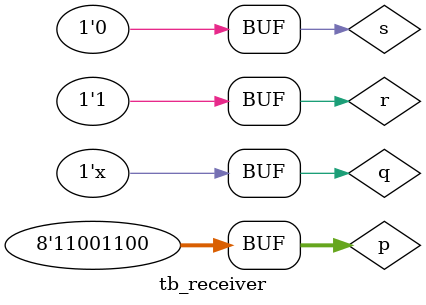
<source format=v>
module uartreceiver(rxdata,rxclk,rxreset,startbit,data);

input [7:0]data;
input rxclk;
input rxreset;
input startbit;
output [10:0]rxdata;
parameter rx_initial=0;
parameter rxmode=1;
reg state;
wire [7:0]data;
reg [10:0]rxdata;
reg parity;
integer i;

initial 
begin 
rxdata=10'b0000000000;
parity=0;
i=0;
end

always @(posedge rxclk)

begin 

  if (rxreset==0)
  begin
  state<=0;
  rxdata<=0;
  end

  else
  case (state)

    rx_initial: 
       begin
       if (startbit==1)
       begin 
       state<=rx_initial;
       rxdata<=0;
       end
       else
       state<=rxmode;
       end

     rxmode:
       begin  
       rxdata[0]=0;
       for (i=1;i<=8;i=i+1)
       begin 
       rxdata[i]=data[i-1];
       parity = parity^rxdata[i];
       end
       rxdata[9] = parity;
       rxdata[10] = 0;
        state<=rx_initial;
       end

endcase
 
end
endmodule 


module tb_receiver ();
reg [7:0]p;
reg q,r,s;
wire [10:0]t;
initial 
begin 
p=1'b0;
q=1'b0;
r=1'b0;
#10 r = 1'b1;
s=1'b0;
end
always 
#5 q=~q;
uartreceiver u1(.rxdata(t),.rxclk(q),.rxreset(r),.startbit(s),.data(p));
initial 
begin 
p=8'b11001100;
end
endmodule 

</source>
